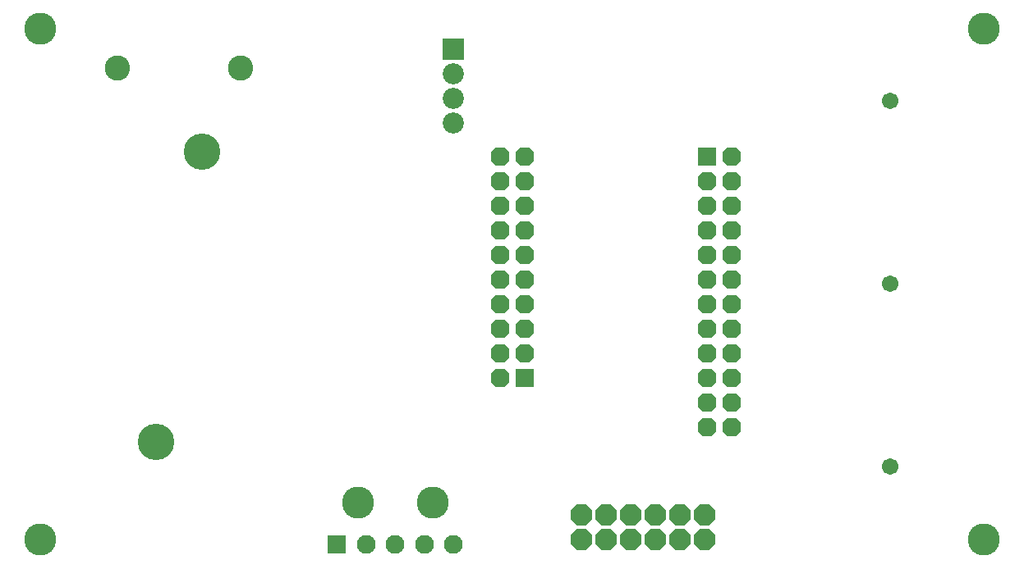
<source format=gbs>
G75*
%MOIN*%
%OFA0B0*%
%FSLAX25Y25*%
%IPPOS*%
%LPD*%
%AMOC8*
5,1,8,0,0,1.08239X$1,22.5*
%
%ADD10C,0.13011*%
%ADD11C,0.10255*%
%ADD12C,0.14800*%
%ADD13R,0.07600X0.07600*%
%ADD14OC8,0.07600*%
%ADD15R,0.07616X0.07616*%
%ADD16C,0.07616*%
%ADD17C,0.06712*%
%ADD18OC8,0.08600*%
%ADD19R,0.08600X0.08600*%
%ADD20C,0.08600*%
D10*
X0010000Y0010500D03*
X0138843Y0025500D03*
X0169157Y0025500D03*
X0393000Y0010500D03*
X0393000Y0218000D03*
X0010000Y0218000D03*
D11*
X0041300Y0202300D03*
X0091300Y0202300D03*
D12*
X0075550Y0168300D03*
X0057050Y0050300D03*
D13*
X0206500Y0076000D03*
X0280500Y0166000D03*
D14*
X0290500Y0166000D03*
X0290500Y0156000D03*
X0280500Y0156000D03*
X0280500Y0146000D03*
X0290500Y0146000D03*
X0290500Y0136000D03*
X0280500Y0136000D03*
X0280500Y0126000D03*
X0290500Y0126000D03*
X0290500Y0116000D03*
X0280500Y0116000D03*
X0280500Y0106000D03*
X0290500Y0106000D03*
X0290500Y0096000D03*
X0280500Y0096000D03*
X0280500Y0086000D03*
X0290500Y0086000D03*
X0290500Y0076000D03*
X0280500Y0076000D03*
X0280500Y0066000D03*
X0290500Y0066000D03*
X0290500Y0056000D03*
X0280500Y0056000D03*
X0206500Y0086000D03*
X0196500Y0086000D03*
X0196500Y0076000D03*
X0196500Y0096000D03*
X0206500Y0096000D03*
X0206500Y0106000D03*
X0196500Y0106000D03*
X0196500Y0116000D03*
X0206500Y0116000D03*
X0206500Y0126000D03*
X0196500Y0126000D03*
X0196500Y0136000D03*
X0206500Y0136000D03*
X0206500Y0146000D03*
X0196500Y0146000D03*
X0196500Y0156000D03*
X0206500Y0156000D03*
X0206500Y0166000D03*
X0196500Y0166000D03*
D15*
X0130378Y0008492D03*
D16*
X0142189Y0008492D03*
X0154000Y0008492D03*
X0165811Y0008492D03*
X0177622Y0008492D03*
D17*
X0355000Y0040250D03*
X0355000Y0114500D03*
X0355000Y0188750D03*
D18*
X0279500Y0020600D03*
X0269500Y0020600D03*
X0259500Y0020600D03*
X0249500Y0020600D03*
X0239500Y0020600D03*
X0229500Y0020600D03*
X0229500Y0010600D03*
X0239500Y0010600D03*
X0249500Y0010600D03*
X0259500Y0010600D03*
X0269500Y0010600D03*
X0279500Y0010600D03*
D19*
X0177500Y0209900D03*
D20*
X0177500Y0199900D03*
X0177500Y0189900D03*
X0177500Y0179900D03*
M02*

</source>
